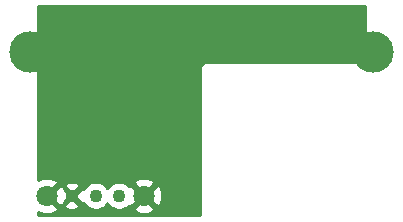
<source format=gbl>
G04 #@! TF.GenerationSoftware,KiCad,Pcbnew,(5.1.0)-1*
G04 #@! TF.CreationDate,2019-09-23T14:02:08-04:00*
G04 #@! TF.ProjectId,RGBMount,5247424d-6f75-46e7-942e-6b696361645f,rev?*
G04 #@! TF.SameCoordinates,Original*
G04 #@! TF.FileFunction,Copper,L2,Bot*
G04 #@! TF.FilePolarity,Positive*
%FSLAX46Y46*%
G04 Gerber Fmt 4.6, Leading zero omitted, Abs format (unit mm)*
G04 Created by KiCad (PCBNEW (5.1.0)-1) date 2019-09-23 14:02:08*
%MOMM*%
%LPD*%
G04 APERTURE LIST*
%ADD10C,3.500000*%
%ADD11C,1.100000*%
%ADD12C,1.800000*%
%ADD13C,0.800000*%
%ADD14C,0.254000*%
G04 APERTURE END LIST*
D10*
X100000000Y-98500000D03*
X129000000Y-98500000D03*
D11*
X103530000Y-110700000D03*
X105530000Y-110700000D03*
X107530000Y-110700000D03*
D12*
X109630000Y-110700000D03*
X101430000Y-110700000D03*
D13*
X119000000Y-96000000D03*
X122000000Y-96000000D03*
X125000000Y-96000000D03*
X102000000Y-101000000D03*
X102000000Y-103000000D03*
X102000000Y-105000000D03*
D14*
G36*
X128340001Y-99340000D02*
G01*
X115032419Y-99340000D01*
X115000000Y-99336807D01*
X114967581Y-99340000D01*
X114870617Y-99349550D01*
X114746207Y-99387290D01*
X114631550Y-99448575D01*
X114531052Y-99531052D01*
X114448575Y-99631550D01*
X114387290Y-99746207D01*
X114349550Y-99870617D01*
X114336807Y-100000000D01*
X114340001Y-100032429D01*
X114340000Y-112340000D01*
X100660000Y-112340000D01*
X100660000Y-112033048D01*
X100901775Y-112149158D01*
X101194642Y-112224365D01*
X101496553Y-112240991D01*
X101795907Y-112198397D01*
X102081199Y-112098222D01*
X102230792Y-112018261D01*
X102314475Y-111764080D01*
X101430000Y-110879605D01*
X101415858Y-110893748D01*
X101236253Y-110714143D01*
X101250395Y-110700000D01*
X101609605Y-110700000D01*
X102494080Y-111584475D01*
X102708206Y-111513979D01*
X102895626Y-111513979D01*
X102936841Y-111732478D01*
X103149665Y-111828359D01*
X103377105Y-111880878D01*
X103610421Y-111888016D01*
X103840646Y-111849500D01*
X104058934Y-111766808D01*
X104123159Y-111732478D01*
X104164374Y-111513979D01*
X103530000Y-110879605D01*
X102895626Y-111513979D01*
X102708206Y-111513979D01*
X102748261Y-111500792D01*
X102879158Y-111228225D01*
X102898849Y-111151546D01*
X103350395Y-110700000D01*
X103709605Y-110700000D01*
X104343979Y-111334374D01*
X104508013Y-111303433D01*
X104609550Y-111455394D01*
X104774606Y-111620450D01*
X104968692Y-111750134D01*
X105184348Y-111839461D01*
X105413288Y-111885000D01*
X105646712Y-111885000D01*
X105875652Y-111839461D01*
X106091308Y-111750134D01*
X106285394Y-111620450D01*
X106450450Y-111455394D01*
X106530000Y-111336339D01*
X106609550Y-111455394D01*
X106774606Y-111620450D01*
X106968692Y-111750134D01*
X107184348Y-111839461D01*
X107413288Y-111885000D01*
X107646712Y-111885000D01*
X107875652Y-111839461D01*
X108057639Y-111764080D01*
X108745525Y-111764080D01*
X108829208Y-112018261D01*
X109101775Y-112149158D01*
X109394642Y-112224365D01*
X109696553Y-112240991D01*
X109995907Y-112198397D01*
X110281199Y-112098222D01*
X110430792Y-112018261D01*
X110514475Y-111764080D01*
X109630000Y-110879605D01*
X108745525Y-111764080D01*
X108057639Y-111764080D01*
X108091308Y-111750134D01*
X108285394Y-111620450D01*
X108381940Y-111523904D01*
X108565920Y-111584475D01*
X109450395Y-110700000D01*
X109809605Y-110700000D01*
X110694080Y-111584475D01*
X110948261Y-111500792D01*
X111079158Y-111228225D01*
X111154365Y-110935358D01*
X111170991Y-110633447D01*
X111128397Y-110334093D01*
X111028222Y-110048801D01*
X110948261Y-109899208D01*
X110694080Y-109815525D01*
X109809605Y-110700000D01*
X109450395Y-110700000D01*
X108565920Y-109815525D01*
X108381940Y-109876096D01*
X108285394Y-109779550D01*
X108091308Y-109649866D01*
X108057640Y-109635920D01*
X108745525Y-109635920D01*
X109630000Y-110520395D01*
X110514475Y-109635920D01*
X110430792Y-109381739D01*
X110158225Y-109250842D01*
X109865358Y-109175635D01*
X109563447Y-109159009D01*
X109264093Y-109201603D01*
X108978801Y-109301778D01*
X108829208Y-109381739D01*
X108745525Y-109635920D01*
X108057640Y-109635920D01*
X107875652Y-109560539D01*
X107646712Y-109515000D01*
X107413288Y-109515000D01*
X107184348Y-109560539D01*
X106968692Y-109649866D01*
X106774606Y-109779550D01*
X106609550Y-109944606D01*
X106530000Y-110063661D01*
X106450450Y-109944606D01*
X106285394Y-109779550D01*
X106091308Y-109649866D01*
X105875652Y-109560539D01*
X105646712Y-109515000D01*
X105413288Y-109515000D01*
X105184348Y-109560539D01*
X104968692Y-109649866D01*
X104774606Y-109779550D01*
X104609550Y-109944606D01*
X104508013Y-110096567D01*
X104343979Y-110065626D01*
X103709605Y-110700000D01*
X103350395Y-110700000D01*
X102898044Y-110247649D01*
X102828222Y-110048801D01*
X102748261Y-109899208D01*
X102708207Y-109886021D01*
X102895626Y-109886021D01*
X103530000Y-110520395D01*
X104164374Y-109886021D01*
X104123159Y-109667522D01*
X103910335Y-109571641D01*
X103682895Y-109519122D01*
X103449579Y-109511984D01*
X103219354Y-109550500D01*
X103001066Y-109633192D01*
X102936841Y-109667522D01*
X102895626Y-109886021D01*
X102708207Y-109886021D01*
X102494080Y-109815525D01*
X101609605Y-110700000D01*
X101250395Y-110700000D01*
X101236253Y-110685858D01*
X101415858Y-110506253D01*
X101430000Y-110520395D01*
X102314475Y-109635920D01*
X102230792Y-109381739D01*
X101958225Y-109250842D01*
X101665358Y-109175635D01*
X101363447Y-109159009D01*
X101064093Y-109201603D01*
X100778801Y-109301778D01*
X100660000Y-109365280D01*
X100660000Y-94660000D01*
X128340000Y-94660000D01*
X128340001Y-99340000D01*
X128340001Y-99340000D01*
G37*
X128340001Y-99340000D02*
X115032419Y-99340000D01*
X115000000Y-99336807D01*
X114967581Y-99340000D01*
X114870617Y-99349550D01*
X114746207Y-99387290D01*
X114631550Y-99448575D01*
X114531052Y-99531052D01*
X114448575Y-99631550D01*
X114387290Y-99746207D01*
X114349550Y-99870617D01*
X114336807Y-100000000D01*
X114340001Y-100032429D01*
X114340000Y-112340000D01*
X100660000Y-112340000D01*
X100660000Y-112033048D01*
X100901775Y-112149158D01*
X101194642Y-112224365D01*
X101496553Y-112240991D01*
X101795907Y-112198397D01*
X102081199Y-112098222D01*
X102230792Y-112018261D01*
X102314475Y-111764080D01*
X101430000Y-110879605D01*
X101415858Y-110893748D01*
X101236253Y-110714143D01*
X101250395Y-110700000D01*
X101609605Y-110700000D01*
X102494080Y-111584475D01*
X102708206Y-111513979D01*
X102895626Y-111513979D01*
X102936841Y-111732478D01*
X103149665Y-111828359D01*
X103377105Y-111880878D01*
X103610421Y-111888016D01*
X103840646Y-111849500D01*
X104058934Y-111766808D01*
X104123159Y-111732478D01*
X104164374Y-111513979D01*
X103530000Y-110879605D01*
X102895626Y-111513979D01*
X102708206Y-111513979D01*
X102748261Y-111500792D01*
X102879158Y-111228225D01*
X102898849Y-111151546D01*
X103350395Y-110700000D01*
X103709605Y-110700000D01*
X104343979Y-111334374D01*
X104508013Y-111303433D01*
X104609550Y-111455394D01*
X104774606Y-111620450D01*
X104968692Y-111750134D01*
X105184348Y-111839461D01*
X105413288Y-111885000D01*
X105646712Y-111885000D01*
X105875652Y-111839461D01*
X106091308Y-111750134D01*
X106285394Y-111620450D01*
X106450450Y-111455394D01*
X106530000Y-111336339D01*
X106609550Y-111455394D01*
X106774606Y-111620450D01*
X106968692Y-111750134D01*
X107184348Y-111839461D01*
X107413288Y-111885000D01*
X107646712Y-111885000D01*
X107875652Y-111839461D01*
X108057639Y-111764080D01*
X108745525Y-111764080D01*
X108829208Y-112018261D01*
X109101775Y-112149158D01*
X109394642Y-112224365D01*
X109696553Y-112240991D01*
X109995907Y-112198397D01*
X110281199Y-112098222D01*
X110430792Y-112018261D01*
X110514475Y-111764080D01*
X109630000Y-110879605D01*
X108745525Y-111764080D01*
X108057639Y-111764080D01*
X108091308Y-111750134D01*
X108285394Y-111620450D01*
X108381940Y-111523904D01*
X108565920Y-111584475D01*
X109450395Y-110700000D01*
X109809605Y-110700000D01*
X110694080Y-111584475D01*
X110948261Y-111500792D01*
X111079158Y-111228225D01*
X111154365Y-110935358D01*
X111170991Y-110633447D01*
X111128397Y-110334093D01*
X111028222Y-110048801D01*
X110948261Y-109899208D01*
X110694080Y-109815525D01*
X109809605Y-110700000D01*
X109450395Y-110700000D01*
X108565920Y-109815525D01*
X108381940Y-109876096D01*
X108285394Y-109779550D01*
X108091308Y-109649866D01*
X108057640Y-109635920D01*
X108745525Y-109635920D01*
X109630000Y-110520395D01*
X110514475Y-109635920D01*
X110430792Y-109381739D01*
X110158225Y-109250842D01*
X109865358Y-109175635D01*
X109563447Y-109159009D01*
X109264093Y-109201603D01*
X108978801Y-109301778D01*
X108829208Y-109381739D01*
X108745525Y-109635920D01*
X108057640Y-109635920D01*
X107875652Y-109560539D01*
X107646712Y-109515000D01*
X107413288Y-109515000D01*
X107184348Y-109560539D01*
X106968692Y-109649866D01*
X106774606Y-109779550D01*
X106609550Y-109944606D01*
X106530000Y-110063661D01*
X106450450Y-109944606D01*
X106285394Y-109779550D01*
X106091308Y-109649866D01*
X105875652Y-109560539D01*
X105646712Y-109515000D01*
X105413288Y-109515000D01*
X105184348Y-109560539D01*
X104968692Y-109649866D01*
X104774606Y-109779550D01*
X104609550Y-109944606D01*
X104508013Y-110096567D01*
X104343979Y-110065626D01*
X103709605Y-110700000D01*
X103350395Y-110700000D01*
X102898044Y-110247649D01*
X102828222Y-110048801D01*
X102748261Y-109899208D01*
X102708207Y-109886021D01*
X102895626Y-109886021D01*
X103530000Y-110520395D01*
X104164374Y-109886021D01*
X104123159Y-109667522D01*
X103910335Y-109571641D01*
X103682895Y-109519122D01*
X103449579Y-109511984D01*
X103219354Y-109550500D01*
X103001066Y-109633192D01*
X102936841Y-109667522D01*
X102895626Y-109886021D01*
X102708207Y-109886021D01*
X102494080Y-109815525D01*
X101609605Y-110700000D01*
X101250395Y-110700000D01*
X101236253Y-110685858D01*
X101415858Y-110506253D01*
X101430000Y-110520395D01*
X102314475Y-109635920D01*
X102230792Y-109381739D01*
X101958225Y-109250842D01*
X101665358Y-109175635D01*
X101363447Y-109159009D01*
X101064093Y-109201603D01*
X100778801Y-109301778D01*
X100660000Y-109365280D01*
X100660000Y-94660000D01*
X128340000Y-94660000D01*
X128340001Y-99340000D01*
M02*

</source>
